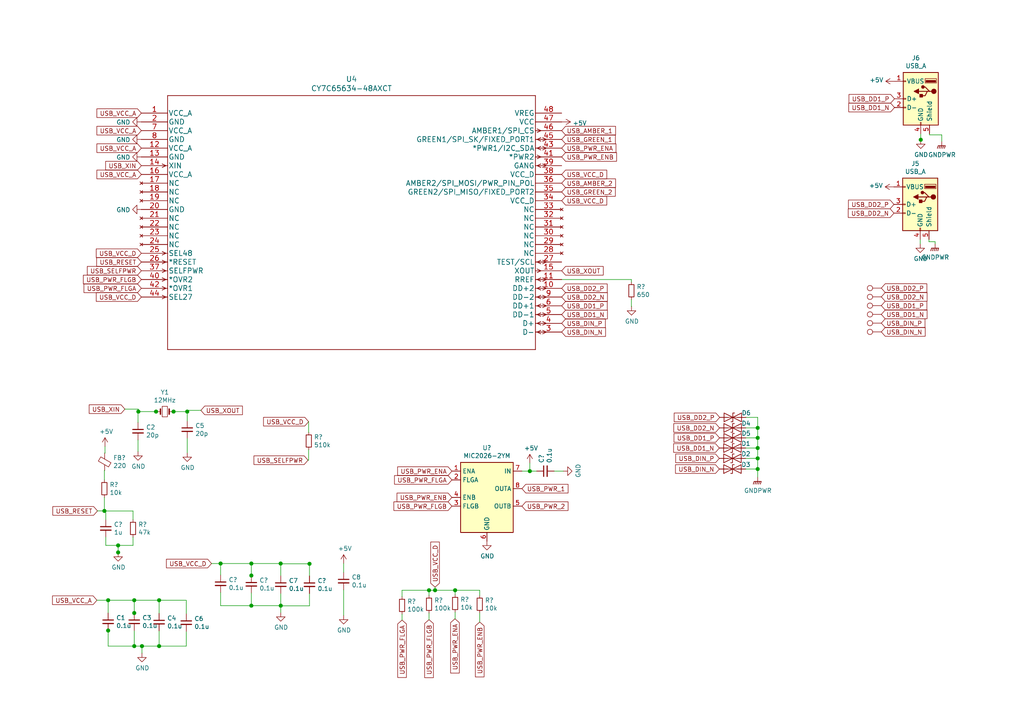
<source format=kicad_sch>
(kicad_sch (version 20210126) (generator eeschema)
  (paper "A4")
  (lib_symbols
    (symbol "2021-02-10_03-52-52:CY7C65634-48AXCT" (pin_names (offset 0.254))
      (property "Reference" "U" (at 60.96 10.16 0))
      (property "Value" "CY7C65634-48AXCT" (at 60.96 7.62 0))
      (symbol "CY7C65634-48AXCT_1_1"
        (polyline (pts (xy 7.112 -53.34) (xy 6.0452 -53.848)) (stroke (width 0.2032)))
        (polyline (pts (xy 7.112 -53.34) (xy 6.0452 -52.832)) (stroke (width 0.2032)))
        (polyline (pts (xy 7.112 -50.8) (xy 6.0452 -51.308)) (stroke (width 0.2032)))
        (polyline (pts (xy 7.112 -50.8) (xy 6.0452 -50.292)) (stroke (width 0.2032)))
        (polyline (pts (xy 7.112 -48.26) (xy 6.0452 -48.768)) (stroke (width 0.2032)))
        (polyline (pts (xy 7.112 -48.26) (xy 6.0452 -47.752)) (stroke (width 0.2032)))
        (polyline (pts (xy 7.112 -45.72) (xy 6.0452 -46.228)) (stroke (width 0.2032)))
        (polyline (pts (xy 7.112 -45.72) (xy 6.0452 -45.212)) (stroke (width 0.2032)))
        (polyline (pts (xy 7.112 -43.18) (xy 6.0452 -43.688)) (stroke (width 0.2032)))
        (polyline (pts (xy 7.112 -43.18) (xy 6.0452 -42.672)) (stroke (width 0.2032)))
        (polyline (pts (xy 7.112 -40.64) (xy 6.0452 -41.148)) (stroke (width 0.2032)))
        (polyline (pts (xy 7.112 -40.64) (xy 6.0452 -40.132)) (stroke (width 0.2032)))
        (polyline (pts (xy 7.112 -15.24) (xy 6.0452 -15.748)) (stroke (width 0.2032)))
        (polyline (pts (xy 7.112 -15.24) (xy 6.0452 -14.732)) (stroke (width 0.2032)))
        (polyline (pts (xy 7.62 -68.58) (xy 114.3 -68.58)) (stroke (width 0.2032)))
        (polyline (pts (xy 7.62 5.08) (xy 7.62 -68.58)) (stroke (width 0.2032)))
        (polyline (pts (xy 114.3 -68.58) (xy 114.3 5.08)) (stroke (width 0.2032)))
        (polyline (pts (xy 114.3 5.08) (xy 7.62 5.08)) (stroke (width 0.2032)))
        (polyline (pts (xy 114.808 -63.5) (xy 115.8748 -64.008)) (stroke (width 0.2032)))
        (polyline (pts (xy 114.808 -63.5) (xy 115.8748 -62.992)) (stroke (width 0.2032)))
        (polyline (pts (xy 114.808 -60.96) (xy 115.8748 -61.468)) (stroke (width 0.2032)))
        (polyline (pts (xy 114.808 -60.96) (xy 115.8748 -60.452)) (stroke (width 0.2032)))
        (polyline (pts (xy 114.808 -58.42) (xy 115.8748 -58.928)) (stroke (width 0.2032)))
        (polyline (pts (xy 114.808 -58.42) (xy 115.8748 -57.912)) (stroke (width 0.2032)))
        (polyline (pts (xy 114.808 -55.88) (xy 115.8748 -56.388)) (stroke (width 0.2032)))
        (polyline (pts (xy 114.808 -55.88) (xy 115.8748 -55.372)) (stroke (width 0.2032)))
        (polyline (pts (xy 114.808 -53.34) (xy 115.8748 -53.848)) (stroke (width 0.2032)))
        (polyline (pts (xy 114.808 -53.34) (xy 115.8748 -52.832)) (stroke (width 0.2032)))
        (polyline (pts (xy 114.808 -50.8) (xy 115.8748 -51.308)) (stroke (width 0.2032)))
        (polyline (pts (xy 114.808 -50.8) (xy 115.8748 -50.292)) (stroke (width 0.2032)))
        (polyline (pts (xy 114.808 -48.26) (xy 115.8748 -48.768)) (stroke (width 0.2032)))
        (polyline (pts (xy 114.808 -48.26) (xy 115.8748 -47.752)) (stroke (width 0.2032)))
        (polyline (pts (xy 114.808 -46.228) (xy 115.8748 -45.72)) (stroke (width 0.2032)))
        (polyline (pts (xy 114.808 -45.212) (xy 115.8748 -45.72)) (stroke (width 0.2032)))
        (polyline (pts (xy 114.808 -43.18) (xy 115.8748 -43.688)) (stroke (width 0.2032)))
        (polyline (pts (xy 114.808 -43.18) (xy 115.8748 -42.672)) (stroke (width 0.2032)))
        (polyline (pts (xy 114.808 -15.24) (xy 115.8748 -15.748)) (stroke (width 0.2032)))
        (polyline (pts (xy 114.808 -15.24) (xy 115.8748 -14.732)) (stroke (width 0.2032)))
        (polyline (pts (xy 114.808 -13.208) (xy 115.8748 -12.7)) (stroke (width 0.2032)))
        (polyline (pts (xy 114.808 -12.192) (xy 115.8748 -12.7)) (stroke (width 0.2032)))
        (polyline (pts (xy 114.808 -10.16) (xy 115.8748 -10.668)) (stroke (width 0.2032)))
        (polyline (pts (xy 114.808 -10.16) (xy 115.8748 -9.652)) (stroke (width 0.2032)))
        (polyline (pts (xy 114.808 -7.62) (xy 115.8748 -8.128)) (stroke (width 0.2032)))
        (polyline (pts (xy 114.808 -7.62) (xy 115.8748 -7.112)) (stroke (width 0.2032)))
        (polyline (pts (xy 114.808 -5.588) (xy 115.8748 -5.08)) (stroke (width 0.2032)))
        (polyline (pts (xy 114.808 -4.572) (xy 115.8748 -5.08)) (stroke (width 0.2032)))
        (polyline (pts (xy 116.3828 -64.008) (xy 117.4242 -63.5)) (stroke (width 0.2032)))
        (polyline (pts (xy 116.3828 -62.992) (xy 117.4242 -63.5)) (stroke (width 0.2032)))
        (polyline (pts (xy 116.3828 -61.468) (xy 117.4242 -60.96)) (stroke (width 0.2032)))
        (polyline (pts (xy 116.3828 -60.452) (xy 117.4242 -60.96)) (stroke (width 0.2032)))
        (polyline (pts (xy 116.3828 -58.928) (xy 117.4242 -58.42)) (stroke (width 0.2032)))
        (polyline (pts (xy 116.3828 -57.912) (xy 117.4242 -58.42)) (stroke (width 0.2032)))
        (polyline (pts (xy 116.3828 -56.388) (xy 117.4242 -55.88)) (stroke (width 0.2032)))
        (polyline (pts (xy 116.3828 -55.372) (xy 117.4242 -55.88)) (stroke (width 0.2032)))
        (polyline (pts (xy 116.3828 -53.848) (xy 117.4242 -53.34)) (stroke (width 0.2032)))
        (polyline (pts (xy 116.3828 -52.832) (xy 117.4242 -53.34)) (stroke (width 0.2032)))
        (polyline (pts (xy 116.3828 -51.308) (xy 117.4242 -50.8)) (stroke (width 0.2032)))
        (polyline (pts (xy 116.3828 -50.292) (xy 117.4242 -50.8)) (stroke (width 0.2032)))
        (polyline (pts (xy 116.3828 -48.768) (xy 117.4242 -48.26)) (stroke (width 0.2032)))
        (polyline (pts (xy 116.3828 -47.752) (xy 117.4242 -48.26)) (stroke (width 0.2032)))
        (polyline (pts (xy 116.3828 -43.688) (xy 117.4242 -43.18)) (stroke (width 0.2032)))
        (polyline (pts (xy 116.3828 -42.672) (xy 117.4242 -43.18)) (stroke (width 0.2032)))
        (polyline (pts (xy 116.3828 -15.748) (xy 117.4242 -15.24)) (stroke (width 0.2032)))
        (polyline (pts (xy 116.3828 -14.732) (xy 117.4242 -15.24)) (stroke (width 0.2032)))
        (polyline (pts (xy 116.3828 -10.668) (xy 117.4242 -10.16)) (stroke (width 0.2032)))
        (polyline (pts (xy 116.3828 -9.652) (xy 117.4242 -10.16)) (stroke (width 0.2032)))
        (polyline (pts (xy 116.3828 -8.128) (xy 117.4242 -7.62)) (stroke (width 0.2032)))
        (polyline (pts (xy 116.3828 -7.112) (xy 117.4242 -7.62)) (stroke (width 0.2032)))
        (pin power_in line (at 0 0 0) (length 7.62) (name "VCC_A") (number "1"))
        (pin bidirectional line (at 121.92 -50.8 180) (length 7.62) (name "DD+2") (number "10"))
        (pin bidirectional line (at 121.92 -48.26 180) (length 7.62) (name "RREF") (number "11"))
        (pin power_in line (at 0 -10.16 0) (length 7.62) (name "VCC_A") (number "12"))
        (pin power_in line (at 0 -12.7 0) (length 7.62) (name "GND") (number "13"))
        (pin input line (at 0 -15.24 0) (length 7.62) (name "XIN") (number "14"))
        (pin output line (at 121.92 -45.72 180) (length 7.62) (name "XOUT") (number "15"))
        (pin power_in line (at 0 -17.78 0) (length 7.62) (name "VCC_A") (number "16"))
        (pin no_connect line (at 0 -20.32 0) (length 7.62) (name "NC") (number "17"))
        (pin no_connect line (at 0 -22.86 0) (length 7.62) (name "NC") (number "18"))
        (pin no_connect line (at 0 -25.4 0) (length 7.62) (name "NC") (number "19"))
        (pin power_in line (at 0 -2.54 0) (length 7.62) (name "GND") (number "2"))
        (pin power_in line (at 0 -27.94 0) (length 7.62) (name "GND") (number "20"))
        (pin no_connect line (at 0 -30.48 0) (length 7.62) (name "NC") (number "21"))
        (pin no_connect line (at 0 -33.02 0) (length 7.62) (name "NC") (number "22"))
        (pin no_connect line (at 0 -35.56 0) (length 7.62) (name "NC") (number "23"))
        (pin no_connect line (at 0 -38.1 0) (length 7.62) (name "NC") (number "24"))
        (pin input line (at 0 -40.64 0) (length 7.62) (name "SEL48") (number "25"))
        (pin input line (at 0 -43.18 0) (length 7.62) (name "*RESET") (number "26"))
        (pin bidirectional line (at 121.92 -43.18 180) (length 7.62) (name "TEST/SCL") (number "27"))
        (pin no_connect line (at 121.92 -40.64 180) (length 7.62) (name "NC") (number "28"))
        (pin no_connect line (at 121.92 -38.1 180) (length 7.62) (name "NC") (number "29"))
        (pin bidirectional line (at 121.92 -63.5 180) (length 7.62) (name "D-") (number "3"))
        (pin no_connect line (at 121.92 -35.56 180) (length 7.62) (name "NC") (number "30"))
        (pin no_connect line (at 121.92 -33.02 180) (length 7.62) (name "NC") (number "31"))
        (pin no_connect line (at 121.92 -30.48 180) (length 7.62) (name "NC") (number "32"))
        (pin no_connect line (at 121.92 -27.94 180) (length 7.62) (name "NC") (number "33"))
        (pin power_in line (at 121.92 -25.4 180) (length 7.62) (name "VCC_D") (number "34"))
        (pin unspecified line (at 121.92 -22.86 180) (length 7.62) (name "GREEN2/SPI_MISO/FIXED_PORT2") (number "35"))
        (pin unspecified line (at 121.92 -20.32 180) (length 7.62) (name "AMBER2/SPI_MOSI/PWR_PIN_POL") (number "36"))
        (pin input line (at 0 -45.72 0) (length 7.62) (name "SELFPWR") (number "37"))
        (pin power_in line (at 121.92 -17.78 180) (length 7.62) (name "VCC_D") (number "38"))
        (pin bidirectional line (at 121.92 -15.24 180) (length 7.62) (name "GANG") (number "39"))
        (pin bidirectional line (at 121.92 -60.96 180) (length 7.62) (name "D+") (number "4"))
        (pin input line (at 0 -48.26 0) (length 7.62) (name "*OVR2") (number "40"))
        (pin output line (at 121.92 -12.7 180) (length 7.62) (name "*PWR2") (number "41"))
        (pin input line (at 0 -50.8 0) (length 7.62) (name "*OVR1") (number "42"))
        (pin bidirectional line (at 121.92 -10.16 180) (length 7.62) (name "*PWR1/I2C_SDA") (number "43"))
        (pin input line (at 0 -53.34 0) (length 7.62) (name "SEL27") (number "44"))
        (pin bidirectional line (at 121.92 -7.62 180) (length 7.62) (name "GREEN1/SPI_SK/FIXED_PORT1") (number "45"))
        (pin output line (at 121.92 -5.08 180) (length 7.62) (name "AMBER1/SPI_CS") (number "46"))
        (pin power_in line (at 121.92 -2.54 180) (length 7.62) (name "VCC") (number "47"))
        (pin power_in line (at 121.92 0 180) (length 7.62) (name "VREG") (number "48"))
        (pin bidirectional line (at 121.92 -58.42 180) (length 7.62) (name "DD-1") (number "5"))
        (pin bidirectional line (at 121.92 -55.88 180) (length 7.62) (name "DD+1") (number "6"))
        (pin power_in line (at 0 -5.08 0) (length 7.62) (name "VCC_A") (number "7"))
        (pin power_in line (at 0 -7.62 0) (length 7.62) (name "GND") (number "8"))
        (pin bidirectional line (at 121.92 -53.34 180) (length 7.62) (name "DD-2") (number "9"))
      )
    )
    (symbol "Connector:TestPoint" (pin_numbers hide) (pin_names (offset 0.762) hide)
      (property "Reference" "TP" (at 0 6.858 0))
      (property "Value" "TestPoint" (at 0 5.08 0))
      (symbol "TestPoint_0_1"
        (circle (center 0 3.302) (radius 0.762))
      )
      (symbol "TestPoint_1_1"
        (pin passive line (at 0 0 90) (length 2.54) (name "1") (number "1"))
      )
    )
    (symbol "Connector:USB_A" (pin_names (offset 1.016))
      (property "Reference" "J" (at -5.08 11.43 0))
      (property "Value" "USB_A" (at -5.08 8.89 0))
      (symbol "USB_A_0_1"
        (circle (center -3.81 2.159) (radius 0.635) (stroke (width 0.254)) (fill (type outline)))
        (circle (center -0.635 3.429) (radius 0.381) (stroke (width 0.254)) (fill (type outline)))
        (rectangle (start -1.27 4.572) (end -4.572 5.842))
        (rectangle (start -0.127 -7.62) (end 0.127 -6.858))
        (rectangle (start 5.08 -2.667) (end 4.318 -2.413))
        (rectangle (start 5.08 -0.127) (end 4.318 0.127))
        (rectangle (start 5.08 4.953) (end 4.318 5.207))
        (rectangle (start -1.524 4.826) (end -4.318 5.334) (fill (type outline)))
        (rectangle (start 0.254 1.27) (end -0.508 0.508) (stroke (width 0.254)) (fill (type outline)))
        (rectangle (start -5.08 -7.62) (end 5.08 7.62) (stroke (width 0.254)) (fill (type background)))
        (polyline (pts (xy -3.175 2.159) (xy -2.54 2.159) (xy -1.27 3.429) (xy -0.635 3.429)) (stroke (width 0.254)))
        (polyline (pts (xy -2.54 2.159) (xy -1.905 2.159) (xy -1.27 0.889) (xy 0 0.889)) (stroke (width 0.254)))
        (polyline (pts (xy 0.635 2.794) (xy 0.635 1.524) (xy 1.905 2.159) (xy 0.635 2.794)) (stroke (width 0.254)) (fill (type outline)))
      )
      (symbol "USB_A_1_1"
        (polyline (pts (xy -1.905 2.159) (xy 0.635 2.159)) (stroke (width 0.254)))
        (pin power_in line (at 7.62 5.08 180) (length 2.54) (name "VBUS") (number "1"))
        (pin bidirectional line (at 7.62 -2.54 180) (length 2.54) (name "D-") (number "2"))
        (pin bidirectional line (at 7.62 0 180) (length 2.54) (name "D+") (number "3"))
        (pin power_in line (at 0 -10.16 90) (length 2.54) (name "GND") (number "4"))
        (pin passive line (at -2.54 -10.16 90) (length 2.54) (name "Shield") (number "5"))
      )
    )
    (symbol "Device:C_Small" (pin_numbers hide) (pin_names (offset 0.254) hide)
      (property "Reference" "C" (at 0.254 1.778 0))
      (property "Value" "C_Small" (at 0.254 -2.032 0))
      (symbol "C_Small_0_1"
        (polyline (pts (xy -1.524 -0.508) (xy 1.524 -0.508)) (stroke (width 0.3302)))
        (polyline (pts (xy -1.524 0.508) (xy 1.524 0.508)) (stroke (width 0.3048)))
      )
      (symbol "C_Small_1_1"
        (pin passive line (at 0 2.54 270) (length 2.032) (name "~") (number "1"))
        (pin passive line (at 0 -2.54 90) (length 2.032) (name "~") (number "2"))
      )
    )
    (symbol "Device:Crystal_Small" (pin_numbers hide) (pin_names (offset 1.016) hide)
      (property "Reference" "Y" (at 0 2.54 0))
      (property "Value" "Crystal_Small" (at 0 -2.54 0))
      (symbol "Crystal_Small_0_1"
        (rectangle (start -0.762 -1.524) (end 0.762 1.524))
        (polyline (pts (xy -1.27 -0.762) (xy -1.27 0.762)) (stroke (width 0.381)))
        (polyline (pts (xy 1.27 -0.762) (xy 1.27 0.762)) (stroke (width 0.381)))
      )
      (symbol "Crystal_Small_1_1"
        (pin passive line (at -2.54 0 0) (length 1.27) (name "1") (number "1"))
        (pin passive line (at 2.54 0 180) (length 1.27) (name "2") (number "2"))
      )
    )
    (symbol "Device:FerriteBead_Small" (pin_numbers hide) (pin_names (offset 0))
      (property "Reference" "FB" (at 1.905 1.27 0))
      (property "Value" "FerriteBead_Small" (at 1.905 -1.27 0))
      (symbol "FerriteBead_Small_0_1"
        (polyline (pts (xy 0 -1.27) (xy 0 -0.7874)))
        (polyline (pts (xy 0 0.889) (xy 0 1.2954)))
        (polyline (pts (xy -1.8288 0.2794) (xy -1.1176 1.4986) (xy 1.8288 -0.2032) (xy 1.1176 -1.4224) (xy -1.8288 0.2794)))
      )
      (symbol "FerriteBead_Small_1_1"
        (pin passive line (at 0 2.54 270) (length 1.27) (name "~") (number "1"))
        (pin passive line (at 0 -2.54 90) (length 1.27) (name "~") (number "2"))
      )
    )
    (symbol "Device:R_Small" (pin_numbers hide) (pin_names (offset 0.254) hide)
      (property "Reference" "R" (at 0.762 0.508 0))
      (property "Value" "R_Small" (at 0.762 -1.016 0))
      (symbol "R_Small_0_1"
        (rectangle (start -0.762 1.778) (end 0.762 -1.778) (stroke (width 0.2032)))
      )
      (symbol "R_Small_1_1"
        (pin passive line (at 0 2.54 270) (length 0.762) (name "~") (number "1"))
        (pin passive line (at 0 -2.54 90) (length 0.762) (name "~") (number "2"))
      )
    )
    (symbol "Diode:ESD9B5.0ST5G" (pin_numbers hide) (pin_names (offset 1.016) hide)
      (property "Reference" "D" (at 0 2.54 0))
      (property "Value" "ESD9B5.0ST5G" (at 0 -2.54 0))
      (symbol "ESD9B5.0ST5G_0_1"
        (polyline (pts (xy 1.27 0) (xy -1.27 0)))
        (polyline (pts (xy -2.54 -1.27) (xy 0 0) (xy -2.54 1.27) (xy -2.54 -1.27)) (stroke (width 0.2032)))
        (polyline (pts (xy 0.508 1.27) (xy 0 1.27) (xy 0 -1.27) (xy -0.508 -1.27)) (stroke (width 0.2032)))
        (polyline (pts (xy 2.54 1.27) (xy 2.54 -1.27) (xy 0 0) (xy 2.54 1.27)) (stroke (width 0.2032)))
      )
      (symbol "ESD9B5.0ST5G_1_1"
        (pin passive line (at -3.81 0 0) (length 2.54) (name "A1") (number "1"))
        (pin passive line (at 3.81 0 180) (length 2.54) (name "A2") (number "2"))
      )
    )
    (symbol "Power_Management:MIC2026-2BM"
      (property "Reference" "U" (at -7.62 11.43 0))
      (property "Value" "MIC2026-2BM" (at 12.7 11.43 0))
      (symbol "MIC2026-2BM_0_1"
        (rectangle (start -7.62 -10.16) (end 7.62 10.16) (stroke (width 0.254)) (fill (type background)))
      )
      (symbol "MIC2026-2BM_1_1"
        (pin input line (at -10.16 7.62 0) (length 2.54) (name "ENA") (number "1"))
        (pin output line (at -10.16 5.08 0) (length 2.54) (name "FLGA") (number "2"))
        (pin output line (at -10.16 -2.54 0) (length 2.54) (name "FLGB") (number "3"))
        (pin input line (at -10.16 0 0) (length 2.54) (name "ENB") (number "4"))
        (pin power_out line (at 10.16 -2.54 180) (length 2.54) (name "OUTB") (number "5"))
        (pin power_in line (at 0 -12.7 90) (length 2.54) (name "GND") (number "6"))
        (pin power_in line (at 10.16 7.62 180) (length 2.54) (name "IN") (number "7"))
        (pin power_out line (at 10.16 2.54 180) (length 2.54) (name "OUTA") (number "8"))
      )
    )
    (symbol "power:+5V" (power) (pin_names (offset 0))
      (property "Value" "+5V" (at 0 3.556 0))
      (symbol "+5V_0_1"
        (polyline (pts (xy -0.762 1.27) (xy 0 2.54)))
        (polyline (pts (xy 0 0) (xy 0 2.54)))
        (polyline (pts (xy 0 2.54) (xy 0.762 1.27)))
      )
      (symbol "+5V_1_1"
        (pin power_in line (at 0 0 90) (length 0) hide (name "+5V") (number "1"))
      )
    )
    (symbol "power:GND" (power) (pin_names (offset 0))
      (property "Value" "GND" (at 0 -3.81 0))
      (symbol "GND_0_1"
        (polyline (pts (xy 0 0) (xy 0 -1.27) (xy 1.27 -1.27) (xy 0 -2.54) (xy -1.27 -1.27) (xy 0 -1.27)))
      )
      (symbol "GND_1_1"
        (pin power_in line (at 0 0 270) (length 0) hide (name "GND") (number "1"))
      )
    )
    (symbol "power:GNDPWR" (power) (pin_names (offset 0))
      (property "Value" "GNDPWR" (at 0 -3.302 0))
      (symbol "GNDPWR_0_1"
        (polyline (pts (xy 0 -1.27) (xy 0 0)))
        (polyline (pts (xy -1.016 -1.27) (xy -1.27 -2.032) (xy -1.27 -2.032)) (stroke (width 0.2032)))
        (polyline (pts (xy -0.508 -1.27) (xy -0.762 -2.032) (xy -0.762 -2.032)) (stroke (width 0.2032)))
        (polyline (pts (xy 0 -1.27) (xy -0.254 -2.032) (xy -0.254 -2.032)) (stroke (width 0.2032)))
        (polyline (pts (xy 0.508 -1.27) (xy 0.254 -2.032) (xy 0.254 -2.032)) (stroke (width 0.2032)))
        (polyline (pts (xy 1.016 -1.27) (xy -1.016 -1.27) (xy -1.016 -1.27)) (stroke (width 0.2032)))
        (polyline (pts (xy 1.016 -1.27) (xy 0.762 -2.032) (xy 0.762 -2.032) (xy 0.762 -2.032)) (stroke (width 0.2032)))
      )
      (symbol "GNDPWR_1_1"
        (pin power_in line (at 0 0 270) (length 0) hide (name "GNDPWR") (number "1"))
      )
    )
  )
  (junction (at 30.2768 148.1836) (diameter 1.016))
  (junction (at 31.369 174.0916) (diameter 1.016))
  (junction (at 31.369 182.88) (diameter 1.016))
  (junction (at 34.2646 158.1912) (diameter 1.016))
  (junction (at 34.2646 160.2232) (diameter 1.016))
  (junction (at 38.9382 174.0916) (diameter 1.016))
  (junction (at 38.9382 177.8) (diameter 1.016))
  (junction (at 38.9382 187.4012) (diameter 1.016))
  (junction (at 40.132 119.38) (diameter 1.016))
  (junction (at 41.1734 187.4012) (diameter 1.016))
  (junction (at 45.2628 119.38) (diameter 1.016))
  (junction (at 46.1518 174.0916) (diameter 1.016))
  (junction (at 46.1518 187.4012) (diameter 1.016))
  (junction (at 50.3428 119.38) (diameter 1.016))
  (junction (at 54.3052 119.38) (diameter 1.016))
  (junction (at 63.9826 163.449) (diameter 1.016))
  (junction (at 72.898 163.449) (diameter 1.016))
  (junction (at 72.898 166.9288) (diameter 1.016))
  (junction (at 72.898 175.6664) (diameter 1.016))
  (junction (at 81.407 163.449) (diameter 1.016))
  (junction (at 81.4324 175.6664) (diameter 1.016))
  (junction (at 89.7636 163.5252) (diameter 1.016))
  (junction (at 124.4346 171.196) (diameter 1.016))
  (junction (at 126.1872 171.196) (diameter 1.016))
  (junction (at 132.0038 171.196) (diameter 1.016))
  (junction (at 153.67 136.652) (diameter 1.016))
  (junction (at 219.7608 124.1044) (diameter 1.016))
  (junction (at 219.7608 127) (diameter 1.016))
  (junction (at 219.7608 129.9464) (diameter 1.016))
  (junction (at 219.7608 132.9436) (diameter 1.016))
  (junction (at 219.7608 136.0424) (diameter 1.016))
  (junction (at 267.0556 40.5384) (diameter 1.016))
  (wire (pts (xy 28.1178 174.0916) (xy 31.369 174.0916)))
  (wire (pts (xy 28.2702 148.1836) (xy 30.2768 148.1836)))
  (wire (pts (xy 30.2768 136.4742) (xy 30.353 136.4742)))
  (wire (pts (xy 30.2768 139.192) (xy 30.2768 136.4742)))
  (wire (pts (xy 30.2768 144.272) (xy 30.2768 148.1836)))
  (wire (pts (xy 30.2768 148.1836) (xy 30.2768 148.209)))
  (wire (pts (xy 30.2768 148.209) (xy 38.5826 148.209)))
  (wire (pts (xy 30.4546 129.5146) (xy 30.4546 131.3942)))
  (wire (pts (xy 30.4546 131.3942) (xy 30.353 131.3942)))
  (wire (pts (xy 30.6832 148.209) (xy 30.6832 150.7236)))
  (wire (pts (xy 30.6832 155.8036) (xy 30.6832 158.1912)))
  (wire (pts (xy 30.6832 158.1912) (xy 34.2646 158.1912)))
  (wire (pts (xy 31.369 174.0916) (xy 31.369 177.8)))
  (wire (pts (xy 31.369 182.6768) (xy 31.369 182.88)))
  (wire (pts (xy 31.369 182.88) (xy 31.369 187.4012)))
  (wire (pts (xy 34.2646 158.1912) (xy 34.2646 160.2232)))
  (wire (pts (xy 34.2646 158.1912) (xy 38.5826 158.1912)))
  (wire (pts (xy 34.2646 160.2232) (xy 34.2646 160.2486)))
  (wire (pts (xy 38.5826 148.209) (xy 38.5826 150.7236)))
  (wire (pts (xy 38.5826 158.1912) (xy 38.5826 155.8036)))
  (wire (pts (xy 38.9382 174.0916) (xy 31.369 174.0916)))
  (wire (pts (xy 38.9382 177.8) (xy 38.9382 174.0916)))
  (wire (pts (xy 38.9382 177.8508) (xy 38.9382 177.8)))
  (wire (pts (xy 38.9382 182.88) (xy 38.9382 187.4012)))
  (wire (pts (xy 38.9382 187.4012) (xy 31.369 187.4012)))
  (wire (pts (xy 40.0304 119.38) (xy 40.132 119.38)))
  (wire (pts (xy 40.0304 122.5296) (xy 40.0304 119.38)))
  (wire (pts (xy 40.0304 127.6096) (xy 40.0304 130.9624)))
  (wire (pts (xy 40.132 118.6688) (xy 36.2204 118.6688)))
  (wire (pts (xy 40.132 119.38) (xy 40.132 118.6688)))
  (wire (pts (xy 41.1734 187.4012) (xy 38.9382 187.4012)))
  (wire (pts (xy 41.1734 187.4012) (xy 41.1734 189.4332)))
  (wire (pts (xy 45.2628 119.38) (xy 40.132 119.38)))
  (wire (pts (xy 45.4152 119.38) (xy 45.2628 119.38)))
  (wire (pts (xy 46.1518 174.0916) (xy 38.9382 174.0916)))
  (wire (pts (xy 46.1518 177.9016) (xy 46.1518 174.0916)))
  (wire (pts (xy 46.1518 182.9816) (xy 46.1518 187.4012)))
  (wire (pts (xy 46.1518 187.4012) (xy 41.1734 187.4012)))
  (wire (pts (xy 50.2412 119.38) (xy 50.3428 119.38)))
  (wire (pts (xy 50.3428 119.38) (xy 54.3052 119.38)))
  (wire (pts (xy 54.0258 174.0916) (xy 46.1518 174.0916)))
  (wire (pts (xy 54.0258 178.054) (xy 54.0258 174.0916)))
  (wire (pts (xy 54.0258 183.2356) (xy 54.0258 187.4012)))
  (wire (pts (xy 54.0258 187.4012) (xy 46.1518 187.4012)))
  (wire (pts (xy 54.3052 119.0244) (xy 54.3052 119.38)))
  (wire (pts (xy 54.3052 119.38) (xy 54.3052 122.0724)))
  (wire (pts (xy 54.3052 127.1524) (xy 54.3052 131.318)))
  (wire (pts (xy 58.2676 119.0244) (xy 54.3052 119.0244)))
  (wire (pts (xy 61.341 163.449) (xy 63.9826 163.449)))
  (wire (pts (xy 63.9826 163.449) (xy 63.9826 166.7764)))
  (wire (pts (xy 63.9826 163.449) (xy 72.898 163.449)))
  (wire (pts (xy 63.9826 171.8564) (xy 63.9826 175.6664)))
  (wire (pts (xy 63.9826 175.6664) (xy 72.898 175.6664)))
  (wire (pts (xy 72.898 163.449) (xy 72.898 166.9288)))
  (wire (pts (xy 72.898 163.449) (xy 81.407 163.449)))
  (wire (pts (xy 72.898 166.9288) (xy 72.898 166.9542)))
  (wire (pts (xy 72.898 172.0088) (xy 72.898 175.6664)))
  (wire (pts (xy 72.898 175.6664) (xy 81.4324 175.6664)))
  (wire (pts (xy 81.407 163.449) (xy 81.4324 163.449)))
  (wire (pts (xy 81.407 163.5252) (xy 81.407 163.449)))
  (wire (pts (xy 81.4324 163.449) (xy 81.4324 167.0304)))
  (wire (pts (xy 81.4324 172.1104) (xy 81.4324 175.6664)))
  (wire (pts (xy 81.4324 175.6664) (xy 81.4324 177.6476)))
  (wire (pts (xy 89.3318 133.477) (xy 89.5096 133.477)))
  (wire (pts (xy 89.5096 122.301) (xy 89.5096 125.3744)))
  (wire (pts (xy 89.5096 125.3744) (xy 89.5604 125.3744)))
  (wire (pts (xy 89.5096 130.4544) (xy 89.5096 133.477)))
  (wire (pts (xy 89.7636 163.4744) (xy 89.7636 163.5252)))
  (wire (pts (xy 89.7636 163.5252) (xy 81.407 163.5252)))
  (wire (pts (xy 89.7636 163.5252) (xy 89.7636 167.0558)))
  (wire (pts (xy 89.7636 172.1358) (xy 89.7636 175.7172)))
  (wire (pts (xy 89.7636 175.7172) (xy 81.4324 175.7172)))
  (wire (pts (xy 99.6696 163.4236) (xy 99.6696 166.0144)))
  (wire (pts (xy 99.6696 171.0944) (xy 99.6696 178.4604)))
  (wire (pts (xy 116.6114 171.196) (xy 116.6114 173.0502)))
  (wire (pts (xy 116.6114 178.1302) (xy 116.6114 179.8574)))
  (wire (pts (xy 124.4346 171.196) (xy 116.6114 171.196)))
  (wire (pts (xy 124.4346 171.196) (xy 124.4346 172.72)))
  (wire (pts (xy 124.4346 177.8) (xy 124.4346 179.7304)))
  (wire (pts (xy 126.1872 170.2816) (xy 126.1872 171.196)))
  (wire (pts (xy 126.1872 171.196) (xy 124.4346 171.196)))
  (wire (pts (xy 126.1872 171.196) (xy 132.0038 171.196)))
  (wire (pts (xy 132.0038 171.196) (xy 132.0038 172.4914)))
  (wire (pts (xy 132.0038 171.196) (xy 139.1412 171.196)))
  (wire (pts (xy 132.0038 177.5714) (xy 132.0038 179.4764)))
  (wire (pts (xy 132.0038 179.4764) (xy 131.953 179.4764)))
  (wire (pts (xy 139.1412 171.196) (xy 139.1412 172.72)))
  (wire (pts (xy 139.1412 177.8) (xy 139.1412 180.4162)))
  (wire (pts (xy 151.384 136.652) (xy 153.67 136.652)))
  (wire (pts (xy 153.67 136.652) (xy 153.67 134.3152)))
  (wire (pts (xy 153.67 136.652) (xy 155.6512 136.652)))
  (wire (pts (xy 160.7312 136.652) (xy 163.3728 136.652)))
  (wire (pts (xy 162.9156 81.0768) (xy 183.134 81.0768)))
  (wire (pts (xy 183.134 81.0768) (xy 183.134 81.788)))
  (wire (pts (xy 183.134 86.868) (xy 183.134 88.8746)))
  (wire (pts (xy 183.134 88.8746) (xy 183.1594 88.8746)))
  (wire (pts (xy 216.2556 129.9464) (xy 219.7608 129.9464)))
  (wire (pts (xy 216.2556 132.9436) (xy 219.7608 132.9436)))
  (wire (pts (xy 216.2556 136.0424) (xy 219.7608 136.0424)))
  (wire (pts (xy 216.3064 124.1044) (xy 219.7608 124.1044)))
  (wire (pts (xy 216.3064 127) (xy 219.7608 127)))
  (wire (pts (xy 216.3572 121.0564) (xy 219.7608 121.0564)))
  (wire (pts (xy 219.7608 121.0564) (xy 219.7608 124.1044)))
  (wire (pts (xy 219.7608 124.1044) (xy 219.7608 127)))
  (wire (pts (xy 219.7608 127) (xy 219.7608 129.9464)))
  (wire (pts (xy 219.7608 129.9464) (xy 219.7608 132.9436)))
  (wire (pts (xy 219.7608 132.9436) (xy 219.7608 136.0424)))
  (wire (pts (xy 219.7608 136.0424) (xy 219.7608 138.3792)))
  (wire (pts (xy 266.9032 69.4436) (xy 266.9032 70.7136)))
  (wire (pts (xy 267.0556 38.8112) (xy 267.0556 40.5384)))
  (wire (pts (xy 267.0556 40.5384) (xy 267.0556 40.5892)))
  (wire (pts (xy 269.4432 70.104) (xy 269.4432 69.4436)))
  (wire (pts (xy 269.5956 38.8112) (xy 269.5956 39.116)))
  (wire (pts (xy 269.5956 39.116) (xy 273.1516 39.116)))
  (wire (pts (xy 271.2212 70.104) (xy 269.4432 70.104)))
  (wire (pts (xy 271.2212 70.7136) (xy 271.2212 70.104)))
  (wire (pts (xy 273.1516 39.116) (xy 273.1516 40.9956)))
  (global_label "USB_VCC_A" (shape input) (at 28.1178 174.0916 180) (property "Intersheet References" "${INTERSHEET_REFS}" (effects hide)))
  (global_label "USB_RESET" (shape input) (at 28.2702 148.1836 180) (property "Intersheet References" "${INTERSHEET_REFS}" (effects hide)))
  (global_label "USB_XIN" (shape input) (at 36.2204 118.6688 180) (property "Intersheet References" "${INTERSHEET_REFS}" (effects hide)))
  (global_label "USB_VCC_A" (shape input) (at 40.9956 32.8168 180) (property "Intersheet References" "${INTERSHEET_REFS}" (effects hide)))
  (global_label "USB_VCC_A" (shape input) (at 40.9956 37.8968 180) (property "Intersheet References" "${INTERSHEET_REFS}" (effects hide)))
  (global_label "USB_VCC_A" (shape input) (at 40.9956 42.9768 180) (property "Intersheet References" "${INTERSHEET_REFS}" (effects hide)))
  (global_label "USB_XIN" (shape input) (at 40.9956 48.0568 180) (property "Intersheet References" "${INTERSHEET_REFS}" (effects hide)))
  (global_label "USB_VCC_A" (shape input) (at 40.9956 50.5968 180) (property "Intersheet References" "${INTERSHEET_REFS}" (effects hide)))
  (global_label "USB_VCC_D" (shape input) (at 40.9956 73.4568 180) (property "Intersheet References" "${INTERSHEET_REFS}" (effects hide)))
  (global_label "USB_RESET" (shape input) (at 40.9956 75.9968 180) (property "Intersheet References" "${INTERSHEET_REFS}" (effects hide)))
  (global_label "USB_SELFPWR" (shape input) (at 40.9956 78.5368 180) (property "Intersheet References" "${INTERSHEET_REFS}" (effects hide)))
  (global_label "USB_PWR_FLGB" (shape input) (at 40.9956 81.0768 180) (property "Intersheet References" "${INTERSHEET_REFS}" (effects hide)))
  (global_label "USB_PWR_FLGA" (shape input) (at 40.9956 83.6168 180) (property "Intersheet References" "${INTERSHEET_REFS}" (effects hide)))
  (global_label "USB_VCC_D" (shape input) (at 40.9956 86.1568 180) (property "Intersheet References" "${INTERSHEET_REFS}" (effects hide)))
  (global_label "USB_XOUT" (shape input) (at 58.2676 119.0244 0) (property "Intersheet References" "${INTERSHEET_REFS}" (effects hide)))
  (global_label "USB_VCC_D" (shape input) (at 61.341 163.449 180) (property "Intersheet References" "${INTERSHEET_REFS}" (effects hide)))
  (global_label "USB_SELFPWR" (shape input) (at 89.3318 133.477 180) (property "Intersheet References" "${INTERSHEET_REFS}" (effects hide)))
  (global_label "USB_VCC_D" (shape input) (at 89.5096 122.301 180) (property "Intersheet References" "${INTERSHEET_REFS}" (effects hide)))
  (global_label "USB_PWR_FLGA" (shape input) (at 116.6114 179.8574 270) (property "Intersheet References" "${INTERSHEET_REFS}" (effects hide)))
  (global_label "USB_PWR_FLGB" (shape input) (at 124.4346 179.7304 270) (property "Intersheet References" "${INTERSHEET_REFS}" (effects hide)))
  (global_label "USB_VCC_D" (shape input) (at 126.1872 170.2816 90) (property "Intersheet References" "${INTERSHEET_REFS}" (effects hide)))
  (global_label "USB_PWR_ENA" (shape input) (at 131.064 136.652 180) (property "Intersheet References" "${INTERSHEET_REFS}" (effects hide)))
  (global_label "USB_PWR_FLGA" (shape input) (at 131.064 139.192 180) (property "Intersheet References" "${INTERSHEET_REFS}" (effects hide)))
  (global_label "USB_PWR_ENB" (shape input) (at 131.064 144.272 180) (property "Intersheet References" "${INTERSHEET_REFS}" (effects hide)))
  (global_label "USB_PWR_FLGB" (shape input) (at 131.064 146.812 180) (property "Intersheet References" "${INTERSHEET_REFS}" (effects hide)))
  (global_label "USB_PWR_ENA" (shape input) (at 131.953 179.4764 270) (property "Intersheet References" "${INTERSHEET_REFS}" (effects hide)))
  (global_label "USB_PWR_ENB" (shape input) (at 139.1412 180.4162 270) (property "Intersheet References" "${INTERSHEET_REFS}" (effects hide)))
  (global_label "USB_PWR_1" (shape input) (at 151.384 141.732 0) (property "Intersheet References" "${INTERSHEET_REFS}" (effects hide)))
  (global_label "USB_PWR_2" (shape input) (at 151.384 146.812 0) (property "Intersheet References" "${INTERSHEET_REFS}" (effects hide)))
  (global_label "USB_AMBER_1" (shape input) (at 162.9156 37.8968 0) (property "Intersheet References" "${INTERSHEET_REFS}" (effects hide)))
  (global_label "USB_GREEN_1" (shape input) (at 162.9156 40.4368 0) (property "Intersheet References" "${INTERSHEET_REFS}" (effects hide)))
  (global_label "USB_PWR_ENA" (shape input) (at 162.9156 42.9768 0) (property "Intersheet References" "${INTERSHEET_REFS}" (effects hide)))
  (global_label "USB_PWR_ENB" (shape input) (at 162.9156 45.5168 0) (property "Intersheet References" "${INTERSHEET_REFS}" (effects hide)))
  (global_label "USB_VCC_D" (shape input) (at 162.9156 50.5968 0) (property "Intersheet References" "${INTERSHEET_REFS}" (effects hide)))
  (global_label "USB_AMBER_2" (shape input) (at 162.9156 53.1368 0) (property "Intersheet References" "${INTERSHEET_REFS}" (effects hide)))
  (global_label "USB_GREEN_2" (shape input) (at 162.9156 55.6768 0) (property "Intersheet References" "${INTERSHEET_REFS}" (effects hide)))
  (global_label "USB_VCC_D" (shape input) (at 162.9156 58.2168 0) (property "Intersheet References" "${INTERSHEET_REFS}" (effects hide)))
  (global_label "USB_XOUT" (shape input) (at 162.9156 78.5368 0) (property "Intersheet References" "${INTERSHEET_REFS}" (effects hide)))
  (global_label "USB_DD2_P" (shape input) (at 162.9156 83.6168 0) (property "Intersheet References" "${INTERSHEET_REFS}" (effects hide)))
  (global_label "USB_DD2_N" (shape input) (at 162.9156 86.1568 0) (property "Intersheet References" "${INTERSHEET_REFS}" (effects hide)))
  (global_label "USB_DD1_P" (shape input) (at 162.9156 88.6968 0) (property "Intersheet References" "${INTERSHEET_REFS}" (effects hide)))
  (global_label "USB_DD1_N" (shape input) (at 162.9156 91.2368 0) (property "Intersheet References" "${INTERSHEET_REFS}" (effects hide)))
  (global_label "USB_DIN_P" (shape input) (at 162.9156 93.7768 0) (property "Intersheet References" "${INTERSHEET_REFS}" (effects hide)))
  (global_label "USB_DIN_N" (shape input) (at 162.9156 96.3168 0) (property "Intersheet References" "${INTERSHEET_REFS}" (effects hide)))
  (global_label "USB_DD1_N" (shape input) (at 208.6356 129.9464 180) (property "Intersheet References" "${INTERSHEET_REFS}" (effects hide)))
  (global_label "USB_DIN_P" (shape input) (at 208.6356 132.9436 180) (property "Intersheet References" "${INTERSHEET_REFS}" (effects hide)))
  (global_label "USB_DIN_N" (shape input) (at 208.6356 136.0424 180) (property "Intersheet References" "${INTERSHEET_REFS}" (effects hide)))
  (global_label "USB_DD2_N" (shape input) (at 208.6864 124.1044 180) (property "Intersheet References" "${INTERSHEET_REFS}" (effects hide)))
  (global_label "USB_DD1_P" (shape input) (at 208.6864 127 180) (property "Intersheet References" "${INTERSHEET_REFS}" (effects hide)))
  (global_label "USB_DD2_P" (shape input) (at 208.7372 121.0564 180) (property "Intersheet References" "${INTERSHEET_REFS}" (effects hide)))
  (global_label "USB_DD2_P" (shape input) (at 255.6256 83.566 0) (property "Intersheet References" "${INTERSHEET_REFS}" (effects hide)))
  (global_label "USB_DD2_N" (shape input) (at 255.6256 86.106 0) (property "Intersheet References" "${INTERSHEET_REFS}" (effects hide)))
  (global_label "USB_DD1_P" (shape input) (at 255.6256 88.646 0) (property "Intersheet References" "${INTERSHEET_REFS}" (effects hide)))
  (global_label "USB_DD1_N" (shape input) (at 255.6256 91.186 0) (property "Intersheet References" "${INTERSHEET_REFS}" (effects hide)))
  (global_label "USB_DIN_P" (shape input) (at 255.6256 93.726 0) (property "Intersheet References" "${INTERSHEET_REFS}" (effects hide)))
  (global_label "USB_DIN_N" (shape input) (at 255.6256 96.266 0) (property "Intersheet References" "${INTERSHEET_REFS}" (effects hide)))
  (global_label "USB_DD2_P" (shape input) (at 259.2832 59.2836 180) (property "Intersheet References" "${INTERSHEET_REFS}" (effects hide)))
  (global_label "USB_DD2_N" (shape input) (at 259.2832 61.8236 180) (property "Intersheet References" "${INTERSHEET_REFS}" (effects hide)))
  (global_label "USB_DD1_P" (shape input) (at 259.4356 28.6512 180) (property "Intersheet References" "${INTERSHEET_REFS}" (effects hide)))
  (global_label "USB_DD1_N" (shape input) (at 259.4356 31.1912 180) (property "Intersheet References" "${INTERSHEET_REFS}" (effects hide)))
  (symbol (lib_id "power:+5V") (at 30.4546 129.4892 0) (unit 1)
    (property "Reference" "#PWR?" (effects hide))
    (property "Value" "+5V" (at 30.8229 125.1648 0))
  )
  (symbol (lib_id "power:+5V") (at 99.6696 163.4236 0) (unit 1)
    (property "Reference" "#PWR029" (effects hide))
    (property "Value" "+5V" (at 100.0379 159.0992 0))
  )
  (symbol (lib_id "power:+5V") (at 153.67 134.3152 0) (unit 1)
    (property "Reference" "#PWR?" (effects hide))
    (property "Value" "+5V" (at 154.0383 129.9908 0))
  )
  (symbol (lib_id "power:+5V") (at 162.9156 35.3568 270) (unit 1)
    (property "Reference" "#PWR031" (effects hide))
    (property "Value" "+5V" (at 166.0907 35.7251 90) (effects (justify left)))
  )
  (symbol (lib_id "power:+5V") (at 259.2832 54.2036 90) (unit 1)
    (property "Reference" "#PWR033" (effects hide))
    (property "Value" "+5V" (at 256.1082 53.8353 90) (effects (justify left)))
  )
  (symbol (lib_id "power:+5V") (at 259.4356 23.5712 90) (unit 1)
    (property "Reference" "#PWR034" (effects hide))
    (property "Value" "+5V" (at 256.2606 23.2029 90) (effects (justify left)))
  )
  (symbol (lib_id "power:GNDPWR") (at 219.7608 138.3792 0) (unit 1)
    (property "Reference" "#PWR032" (effects hide))
    (property "Value" "GNDPWR" (at 219.8243 142.2972 0))
  )
  (symbol (lib_id "power:GNDPWR") (at 271.2212 70.7136 0) (unit 1)
    (property "Reference" "#PWR037" (effects hide))
    (property "Value" "GNDPWR" (at 271.2847 74.6316 0))
  )
  (symbol (lib_id "power:GNDPWR") (at 273.1516 40.9956 0) (unit 1)
    (property "Reference" "#PWR038" (effects hide))
    (property "Value" "GNDPWR" (at 273.2151 44.9136 0))
  )
  (symbol (lib_id "Connector:TestPoint") (at 255.6256 83.566 90) (unit 1)
    (property "Reference" "TP17" (effects hide))
    (property "Value" "TestPoint" (effects hide))
    (property "Footprint" "TestPoint:TestPoint_THTPad_2.0x2.0mm_Drill1.0mm" (effects hide))
  )
  (symbol (lib_id "Connector:TestPoint") (at 255.6256 86.106 90) (unit 1)
    (property "Reference" "TP18" (effects hide))
    (property "Value" "TestPoint" (effects hide))
    (property "Footprint" "TestPoint:TestPoint_THTPad_2.0x2.0mm_Drill1.0mm" (effects hide))
  )
  (symbol (lib_id "Connector:TestPoint") (at 255.6256 88.646 90) (unit 1)
    (property "Reference" "TP19" (effects hide))
    (property "Value" "TestPoint" (effects hide))
    (property "Footprint" "TestPoint:TestPoint_THTPad_2.0x2.0mm_Drill1.0mm" (effects hide))
  )
  (symbol (lib_id "Connector:TestPoint") (at 255.6256 91.186 90) (unit 1)
    (property "Reference" "TP20" (effects hide))
    (property "Value" "TestPoint" (effects hide))
    (property "Footprint" "TestPoint:TestPoint_THTPad_2.0x2.0mm_Drill1.0mm" (effects hide))
  )
  (symbol (lib_id "Connector:TestPoint") (at 255.6256 93.726 90) (unit 1)
    (property "Reference" "TP21" (effects hide))
    (property "Value" "TestPoint" (effects hide))
    (property "Footprint" "TestPoint:TestPoint_THTPad_2.0x2.0mm_Drill1.0mm" (effects hide))
  )
  (symbol (lib_id "Connector:TestPoint") (at 255.6256 96.266 90) (unit 1)
    (property "Reference" "TP22" (effects hide))
    (property "Value" "TestPoint" (effects hide))
    (property "Footprint" "TestPoint:TestPoint_THTPad_2.0x2.0mm_Drill1.0mm" (effects hide))
  )
  (symbol (lib_id "power:GND") (at 34.2646 160.2232 0) (unit 1)
    (property "Reference" "#PWR?" (effects hide))
    (property "Value" "GND" (at 34.3789 164.5476 0))
  )
  (symbol (lib_id "power:GND") (at 40.0304 130.9624 0) (unit 1)
    (property "Reference" "#PWR021" (effects hide))
    (property "Value" "GND" (at 40.1447 135.2868 0))
  )
  (symbol (lib_id "power:GND") (at 40.9956 35.3568 270) (unit 1)
    (property "Reference" "#PWR022" (effects hide))
    (property "Value" "GND" (at 37.8206 35.4711 90) (effects (justify right)))
  )
  (symbol (lib_id "power:GND") (at 40.9956 40.4368 270) (unit 1)
    (property "Reference" "#PWR023" (effects hide))
    (property "Value" "GND" (at 37.8206 40.5511 90) (effects (justify right)))
  )
  (symbol (lib_id "power:GND") (at 40.9956 45.5168 270) (unit 1)
    (property "Reference" "#PWR024" (effects hide))
    (property "Value" "GND" (at 37.8206 45.6311 90) (effects (justify right)))
  )
  (symbol (lib_id "power:GND") (at 40.9956 60.7568 270) (unit 1)
    (property "Reference" "#PWR025" (effects hide))
    (property "Value" "GND" (at 37.8206 60.8711 90) (effects (justify right)))
  )
  (symbol (lib_id "power:GND") (at 41.1734 189.4332 0) (unit 1)
    (property "Reference" "#PWR026" (effects hide))
    (property "Value" "GND" (at 41.2877 193.7576 0))
  )
  (symbol (lib_id "power:GND") (at 54.3052 131.318 0) (unit 1)
    (property "Reference" "#PWR027" (effects hide))
    (property "Value" "GND" (at 54.4195 135.6424 0))
  )
  (symbol (lib_id "power:GND") (at 81.4324 177.6476 0) (unit 1)
    (property "Reference" "#PWR028" (effects hide))
    (property "Value" "GND" (at 81.5467 181.972 0))
  )
  (symbol (lib_id "power:GND") (at 99.6696 178.4604 0) (unit 1)
    (property "Reference" "#PWR030" (effects hide))
    (property "Value" "GND" (at 99.7839 182.7848 0))
  )
  (symbol (lib_id "power:GND") (at 141.224 156.972 0) (unit 1)
    (property "Reference" "#PWR?" (effects hide))
    (property "Value" "GND" (at 141.3383 161.2964 0))
  )
  (symbol (lib_id "power:GND") (at 163.3728 136.652 90) (unit 1)
    (property "Reference" "#PWR?" (effects hide))
    (property "Value" "GND" (at 167.6972 136.5377 0))
  )
  (symbol (lib_id "power:GND") (at 183.1594 88.8746 0) (unit 1)
    (property "Reference" "#PWR?" (effects hide))
    (property "Value" "GND" (at 183.2737 93.199 0))
  )
  (symbol (lib_id "power:GND") (at 266.9032 70.7136 0) (unit 1)
    (property "Reference" "#PWR035" (effects hide))
    (property "Value" "GND" (at 267.0175 75.038 0))
  )
  (symbol (lib_id "power:GND") (at 267.0556 40.5384 0) (unit 1)
    (property "Reference" "#PWR036" (effects hide))
    (property "Value" "GND" (at 267.1699 44.8628 0))
  )
  (symbol (lib_id "Device:R_Small") (at 30.2768 141.732 0) (unit 1)
    (property "Reference" "R?" (at 31.7755 140.5826 0) (effects (justify left)))
    (property "Value" "10k" (at 31.7755 142.8813 0) (effects (justify left)))
    (property "Footprint" "Resistor_SMD:R_1206_3216Metric" (effects hide))
  )
  (symbol (lib_id "Device:R_Small") (at 38.5826 153.2636 0) (unit 1)
    (property "Reference" "R?" (at 40.0813 152.1142 0) (effects (justify left)))
    (property "Value" "47k" (at 40.0813 154.4129 0) (effects (justify left)))
    (property "Footprint" "Resistor_SMD:R_1206_3216Metric" (effects hide))
  )
  (symbol (lib_id "Device:R_Small") (at 89.5604 127.9144 0) (unit 1)
    (property "Reference" "R?" (at 91.0591 126.765 0) (effects (justify left)))
    (property "Value" "510k" (at 91.0591 129.0637 0) (effects (justify left)))
    (property "Footprint" "Resistor_SMD:R_1206_3216Metric" (effects hide))
  )
  (symbol (lib_id "Device:R_Small") (at 116.6114 175.5902 0) (unit 1)
    (property "Reference" "R?" (at 118.1101 174.4408 0) (effects (justify left)))
    (property "Value" "100k" (at 118.1101 176.7395 0) (effects (justify left)))
    (property "Footprint" "Resistor_SMD:R_1206_3216Metric" (effects hide))
  )
  (symbol (lib_id "Device:R_Small") (at 124.4346 175.26 0) (unit 1)
    (property "Reference" "R?" (at 125.9333 174.1106 0) (effects (justify left)))
    (property "Value" "100k" (at 125.9333 176.4093 0) (effects (justify left)))
    (property "Footprint" "Resistor_SMD:R_1206_3216Metric" (effects hide))
  )
  (symbol (lib_id "Device:R_Small") (at 132.0038 175.0314 0) (unit 1)
    (property "Reference" "R?" (at 133.5025 173.882 0) (effects (justify left)))
    (property "Value" "10k" (at 133.5025 176.1807 0) (effects (justify left)))
    (property "Footprint" "Resistor_SMD:R_1206_3216Metric" (effects hide))
  )
  (symbol (lib_id "Device:R_Small") (at 139.1412 175.26 0) (unit 1)
    (property "Reference" "R?" (at 140.6399 174.1106 0) (effects (justify left)))
    (property "Value" "10k" (at 140.6399 176.4093 0) (effects (justify left)))
    (property "Footprint" "Resistor_SMD:R_1206_3216Metric" (effects hide))
  )
  (symbol (lib_id "Device:R_Small") (at 183.134 84.328 0) (unit 1)
    (property "Reference" "R?" (at 184.6327 83.1786 0) (effects (justify left)))
    (property "Value" "650" (at 184.6327 85.4773 0) (effects (justify left)))
    (property "Footprint" "Resistor_SMD:R_1206_3216Metric" (effects hide))
  )
  (symbol (lib_id "Device:Crystal_Small") (at 47.8028 119.38 0) (unit 1)
    (property "Reference" "Y1" (at 47.8028 113.7728 0))
    (property "Value" "12MHz" (at 47.8028 116.0715 0))
    (property "Footprint" "Crystal:Crystal_HC49-U_Vertical" (effects hide))
    (property "Digikey PN" "X227-ND" (effects hide))
  )
  (symbol (lib_id "Device:C_Small") (at 30.6832 153.2636 0) (unit 1)
    (property "Reference" "C?" (at 33.0074 152.1142 0) (effects (justify left)))
    (property "Value" "1u" (at 33.0074 154.4129 0) (effects (justify left)))
    (property "Footprint" "Capacitor_SMD:C_1206_3216Metric" (effects hide))
  )
  (symbol (lib_id "Device:C_Small") (at 31.369 180.34 0) (unit 1)
    (property "Reference" "C1" (at 33.6932 179.1906 0) (effects (justify left)))
    (property "Value" "0.1u" (at 33.6932 181.4893 0) (effects (justify left)))
    (property "Footprint" "Capacitor_SMD:C_1206_3216Metric" (effects hide))
    (property "Digikey PN" "478-1556-1-ND" (effects hide))
  )
  (symbol (lib_id "Device:C_Small") (at 38.9382 180.34 0) (unit 1)
    (property "Reference" "C3" (at 41.2624 179.1906 0) (effects (justify left)))
    (property "Value" "0.1u" (at 41.2624 181.4893 0) (effects (justify left)))
    (property "Footprint" "Capacitor_SMD:C_1206_3216Metric" (effects hide))
    (property "Digikey PN" "478-1556-1-ND" (effects hide))
  )
  (symbol (lib_id "Device:C_Small") (at 40.0304 125.0696 0) (unit 1)
    (property "Reference" "C2" (at 42.3546 123.9202 0) (effects (justify left)))
    (property "Value" "20p" (at 42.3546 126.2189 0) (effects (justify left)))
    (property "Footprint" "Capacitor_SMD:C_1206_3216Metric" (effects hide))
    (property "Digikey PN" "2368-SMC1206J200-ND" (effects hide))
  )
  (symbol (lib_id "Device:C_Small") (at 46.1518 180.4416 0) (unit 1)
    (property "Reference" "C4" (at 48.476 179.2922 0) (effects (justify left)))
    (property "Value" "0.1u" (at 48.476 181.5909 0) (effects (justify left)))
    (property "Footprint" "Capacitor_SMD:C_1206_3216Metric" (effects hide))
    (property "Digikey PN" "478-1556-1-ND" (effects hide))
  )
  (symbol (lib_id "Device:C_Small") (at 54.0258 180.594 0) (unit 1)
    (property "Reference" "C6" (at 56.35 179.4446 0) (effects (justify left)))
    (property "Value" "0.1u" (at 56.35 181.7433 0) (effects (justify left)))
    (property "Footprint" "Capacitor_SMD:C_1206_3216Metric" (effects hide))
    (property "Digikey PN" "478-1556-1-ND" (effects hide))
  )
  (symbol (lib_id "Device:C_Small") (at 54.3052 124.6124 0) (unit 1)
    (property "Reference" "C5" (at 56.6294 123.463 0) (effects (justify left)))
    (property "Value" "20p" (at 56.6294 125.7617 0) (effects (justify left)))
    (property "Footprint" "Capacitor_SMD:C_1206_3216Metric" (effects hide))
    (property "Digikey PN" "2368-SMC1206J200-ND" (effects hide))
  )
  (symbol (lib_id "Device:C_Small") (at 63.9826 169.3164 0) (unit 1)
    (property "Reference" "C?" (at 66.3068 168.167 0) (effects (justify left)))
    (property "Value" "0.1u" (at 66.3068 170.4657 0) (effects (justify left)))
    (property "Footprint" "Capacitor_SMD:C_1206_3216Metric" (effects hide))
    (property "Digikey PN" "478-1556-1-ND" (effects hide))
  )
  (symbol (lib_id "Device:C_Small") (at 72.898 169.4688 0) (unit 1)
    (property "Reference" "C?" (at 75.2222 168.3194 0) (effects (justify left)))
    (property "Value" "0.1u" (at 75.2222 170.6181 0) (effects (justify left)))
    (property "Footprint" "Capacitor_SMD:C_1206_3216Metric" (effects hide))
    (property "Digikey PN" "478-1556-1-ND" (effects hide))
  )
  (symbol (lib_id "Device:C_Small") (at 81.4324 169.5704 0) (unit 1)
    (property "Reference" "C7" (at 83.7566 168.421 0) (effects (justify left)))
    (property "Value" "0.1u" (at 83.7566 170.7197 0) (effects (justify left)))
    (property "Footprint" "Capacitor_SMD:C_1206_3216Metric" (effects hide))
    (property "Digikey PN" "478-1556-1-ND" (effects hide))
  )
  (symbol (lib_id "Device:C_Small") (at 89.7636 169.5958 0) (unit 1)
    (property "Reference" "C?" (at 92.0878 168.4464 0) (effects (justify left)))
    (property "Value" "0.1u" (at 92.0878 170.7451 0) (effects (justify left)))
    (property "Footprint" "Capacitor_SMD:C_1206_3216Metric" (effects hide))
    (property "Digikey PN" "478-1556-1-ND" (effects hide))
  )
  (symbol (lib_id "Device:C_Small") (at 99.6696 168.5544 0) (unit 1)
    (property "Reference" "C8" (at 101.9938 167.405 0) (effects (justify left)))
    (property "Value" "0.1u" (at 101.9938 169.7037 0) (effects (justify left)))
    (property "Footprint" "Capacitor_SMD:C_1206_3216Metric" (effects hide))
    (property "Digikey PN" "478-1556-1-ND" (effects hide))
  )
  (symbol (lib_id "Device:C_Small") (at 158.1912 136.652 90) (unit 1)
    (property "Reference" "C?" (at 157.0418 134.3278 0) (effects (justify left)))
    (property "Value" "0.1u" (at 159.3405 134.3278 0) (effects (justify left)))
    (property "Footprint" "Capacitor_SMD:C_1206_3216Metric" (effects hide))
    (property "Digikey PN" "478-1556-1-ND" (effects hide))
  )
  (symbol (lib_id "Device:FerriteBead_Small") (at 30.353 133.9342 180) (unit 1)
    (property "Reference" "FB?" (at 32.8169 132.7848 0) (effects (justify right)))
    (property "Value" "220" (at 32.8169 135.0835 0) (effects (justify right)))
    (property "Footprint" "Fuse:Fuse_0805_2012Metric" (effects hide))
    (property "Datasheet" "https://www.murata.com/en-us/products/en-us/products/productdata/8796738977822/ENFA0005.pdf" (effects hide))
    (property "Digikey PN" "490-1054-1-ND" (effects hide))
  )
  (symbol (lib_id "Diode:ESD9B5.0ST5G") (at 212.4456 129.9464 0) (unit 1)
    (property "Reference" "D1" (at 216.3572 128.6572 0))
    (property "Value" "PGB1010603MR" (effects hide))
    (property "Footprint" "Diode_SMD:D_0201_0603Metric" (effects hide))
    (property "Datasheet" "https://www.littelfuse.com/~/media/electronics/datasheets/pulseguard_esd_suppressors/littelfuse_pulseguard_pgb1_datasheet.pdf.pdf" (effects hide))
    (property "Digikey PN" "F2594CT-ND" (effects hide))
  )
  (symbol (lib_id "Diode:ESD9B5.0ST5G") (at 212.4456 132.9436 0) (unit 1)
    (property "Reference" "D2" (at 216.3572 131.6544 0))
    (property "Value" "PGB1010603MR" (effects hide))
    (property "Footprint" "Diode_SMD:D_0201_0603Metric" (effects hide))
    (property "Datasheet" "https://www.littelfuse.com/~/media/electronics/datasheets/pulseguard_esd_suppressors/littelfuse_pulseguard_pgb1_datasheet.pdf.pdf" (effects hide))
    (property "Digikey PN" "F2594CT-ND" (effects hide))
  )
  (symbol (lib_id "Diode:ESD9B5.0ST5G") (at 212.4456 136.0424 0) (unit 1)
    (property "Reference" "D3" (at 216.3572 134.7532 0))
    (property "Value" "PGB1010603MR" (effects hide))
    (property "Footprint" "Diode_SMD:D_0201_0603Metric" (effects hide))
    (property "Datasheet" "https://www.littelfuse.com/~/media/electronics/datasheets/pulseguard_esd_suppressors/littelfuse_pulseguard_pgb1_datasheet.pdf.pdf" (effects hide))
    (property "Digikey PN" "F2594CT-ND" (effects hide))
  )
  (symbol (lib_id "Diode:ESD9B5.0ST5G") (at 212.4964 124.1044 0) (unit 1)
    (property "Reference" "D4" (at 216.408 122.8152 0))
    (property "Value" "PGB1010603MR" (effects hide))
    (property "Footprint" "Diode_SMD:D_0201_0603Metric" (effects hide))
    (property "Datasheet" "https://www.littelfuse.com/~/media/electronics/datasheets/pulseguard_esd_suppressors/littelfuse_pulseguard_pgb1_datasheet.pdf.pdf" (effects hide))
    (property "Digikey PN" "F2594CT-ND" (effects hide))
  )
  (symbol (lib_id "Diode:ESD9B5.0ST5G") (at 212.4964 127 0) (unit 1)
    (property "Reference" "D5" (at 216.408 125.7108 0))
    (property "Value" "PGB1010603MR" (effects hide))
    (property "Footprint" "Diode_SMD:D_0201_0603Metric" (effects hide))
    (property "Datasheet" "https://www.littelfuse.com/~/media/electronics/datasheets/pulseguard_esd_suppressors/littelfuse_pulseguard_pgb1_datasheet.pdf.pdf" (effects hide))
    (property "Digikey PN" "F2594CT-ND" (effects hide))
  )
  (symbol (lib_id "Diode:ESD9B5.0ST5G") (at 212.5472 121.0564 0) (unit 1)
    (property "Reference" "D6" (at 216.4588 119.7672 0))
    (property "Value" "PGB1010603MR" (effects hide))
    (property "Footprint" "Diode_SMD:D_0201_0603Metric" (effects hide))
    (property "Datasheet" "https://www.littelfuse.com/~/media/electronics/datasheets/pulseguard_esd_suppressors/littelfuse_pulseguard_pgb1_datasheet.pdf.pdf" (effects hide))
    (property "Digikey PN" "F2594CT-ND" (effects hide))
  )
  (symbol (lib_id "Connector:USB_A") (at 266.9032 59.2836 0) (mirror y) (unit 1)
    (property "Reference" "J5" (at 265.5062 47.4534 0))
    (property "Value" "USB_A" (at 265.5062 49.7521 0))
    (property "Footprint" "Connector_USB:USB_A_Molex_67643_Horizontal" (effects hide))
    (property "Datasheet" " ~" (effects hide))
    (property "Digikey PN" "WM14667-ND" (effects hide))
  )
  (symbol (lib_id "Connector:USB_A") (at 267.0556 28.6512 0) (mirror y) (unit 1)
    (property "Reference" "J6" (at 265.6586 16.821 0))
    (property "Value" "USB_A" (at 265.6586 19.1197 0))
    (property "Footprint" "Connector_USB:USB_A_Molex_67643_Horizontal" (effects hide))
    (property "Datasheet" " ~" (effects hide))
    (property "DigiKey PN" "WM14667-ND" (effects hide))
  )
  (symbol (lib_id "Power_Management:MIC2026-2BM") (at 141.224 144.272 0) (unit 1)
    (property "Reference" "U?" (at 141.224 129.9018 0))
    (property "Value" "MIC2026-2YM" (at 141.224 132.2005 0))
    (property "Footprint" "Package_SO:SOIC-8_3.9x4.9mm_P1.27mm" (effects hide))
    (property "Datasheet" "http://www.microchip.com/mymicrochip/filehandler.aspx?ddocname=en579448" (effects hide))
    (property "Digikey PN" "576-3364-5-ND" (effects hide))
  )
  (symbol (lib_id "2021-02-10_03-52-52:CY7C65634-48AXCT") (at 40.9956 32.8168 0) (unit 1)
    (property "Reference" "U4" (at 101.9556 22.9387 0) (effects (font (size 1.524 1.524))))
    (property "Value" "CY7C65634-48AXCT" (at 101.9556 25.6463 0) (effects (font (size 1.524 1.524))))
    (property "Footprint" "teensy:CY7C65634-48AXCT" (effects hide))
  )
)
</source>
